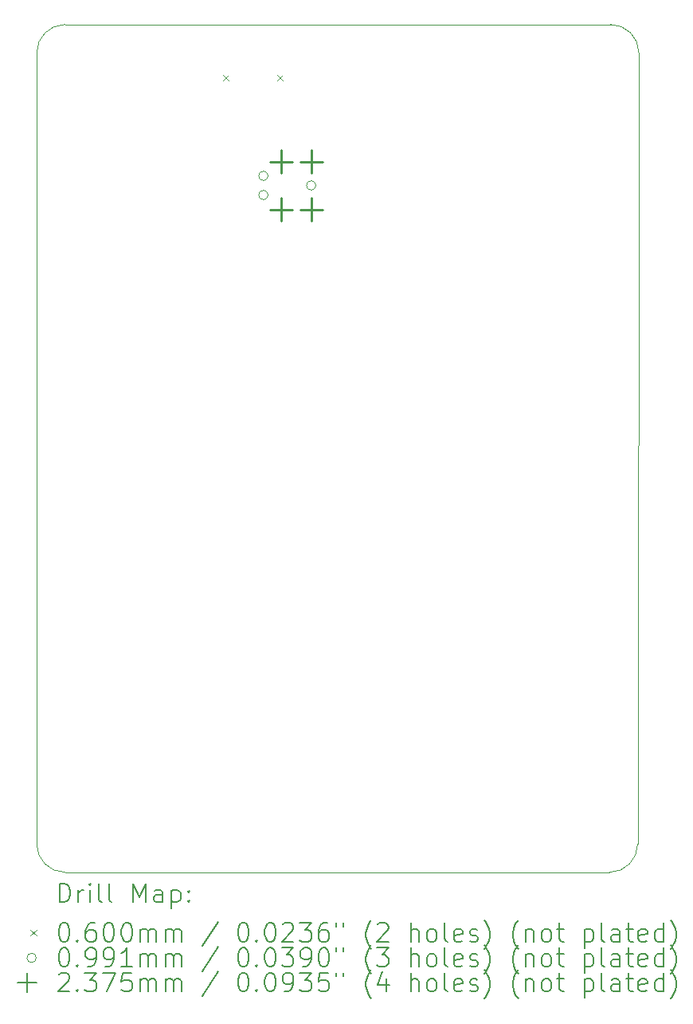
<source format=gbr>
%TF.GenerationSoftware,KiCad,Pcbnew,7.0.1*%
%TF.CreationDate,2023-07-17T00:48:37+01:00*%
%TF.ProjectId,Sensor Hub Board,53656e73-6f72-4204-9875-6220426f6172,rev?*%
%TF.SameCoordinates,Original*%
%TF.FileFunction,Drillmap*%
%TF.FilePolarity,Positive*%
%FSLAX45Y45*%
G04 Gerber Fmt 4.5, Leading zero omitted, Abs format (unit mm)*
G04 Created by KiCad (PCBNEW 7.0.1) date 2023-07-17 00:48:37*
%MOMM*%
%LPD*%
G01*
G04 APERTURE LIST*
%ADD10C,0.100000*%
%ADD11C,0.200000*%
%ADD12C,0.060000*%
%ADD13C,0.099060*%
%ADD14C,0.237490*%
G04 APERTURE END LIST*
D10*
X10800000Y-14200000D02*
G75*
G03*
X11100000Y-14500000I300000J0D01*
G01*
X16887868Y-14499998D02*
G75*
G03*
X17187868Y-14200000I2J299998D01*
G01*
X17200000Y-5800000D02*
G75*
G03*
X16900000Y-5500000I-300000J0D01*
G01*
X17200000Y-5800000D02*
X17187868Y-14200000D01*
X11100000Y-5500000D02*
X16900000Y-5500000D01*
X10800000Y-14200000D02*
X10800000Y-5800000D01*
X11100000Y-5500000D02*
G75*
G03*
X10800000Y-5800000I0J-300000D01*
G01*
X16887868Y-14500000D02*
X11100000Y-14500000D01*
D11*
D12*
X12781000Y-6038000D02*
X12841000Y-6098000D01*
X12841000Y-6038000D02*
X12781000Y-6098000D01*
X13359000Y-6038000D02*
X13419000Y-6098000D01*
X13419000Y-6038000D02*
X13359000Y-6098000D01*
D13*
X13258030Y-7106400D02*
G75*
G03*
X13258030Y-7106400I-49530J0D01*
G01*
X13258030Y-7309600D02*
G75*
G03*
X13258030Y-7309600I-49530J0D01*
G01*
X13766030Y-7208000D02*
G75*
G03*
X13766030Y-7208000I-49530J0D01*
G01*
D14*
X13399000Y-6835255D02*
X13399000Y-7072745D01*
X13280255Y-6954000D02*
X13517745Y-6954000D01*
X13399000Y-7343255D02*
X13399000Y-7580745D01*
X13280255Y-7462000D02*
X13517745Y-7462000D01*
X13716500Y-6835255D02*
X13716500Y-7072745D01*
X13597755Y-6954000D02*
X13835245Y-6954000D01*
X13716500Y-7343255D02*
X13716500Y-7580745D01*
X13597755Y-7462000D02*
X13835245Y-7462000D01*
D11*
X11042619Y-14817524D02*
X11042619Y-14617524D01*
X11042619Y-14617524D02*
X11090238Y-14617524D01*
X11090238Y-14617524D02*
X11118810Y-14627048D01*
X11118810Y-14627048D02*
X11137857Y-14646095D01*
X11137857Y-14646095D02*
X11147381Y-14665143D01*
X11147381Y-14665143D02*
X11156905Y-14703238D01*
X11156905Y-14703238D02*
X11156905Y-14731809D01*
X11156905Y-14731809D02*
X11147381Y-14769905D01*
X11147381Y-14769905D02*
X11137857Y-14788952D01*
X11137857Y-14788952D02*
X11118810Y-14808000D01*
X11118810Y-14808000D02*
X11090238Y-14817524D01*
X11090238Y-14817524D02*
X11042619Y-14817524D01*
X11242619Y-14817524D02*
X11242619Y-14684190D01*
X11242619Y-14722286D02*
X11252143Y-14703238D01*
X11252143Y-14703238D02*
X11261667Y-14693714D01*
X11261667Y-14693714D02*
X11280714Y-14684190D01*
X11280714Y-14684190D02*
X11299762Y-14684190D01*
X11366428Y-14817524D02*
X11366428Y-14684190D01*
X11366428Y-14617524D02*
X11356905Y-14627048D01*
X11356905Y-14627048D02*
X11366428Y-14636571D01*
X11366428Y-14636571D02*
X11375952Y-14627048D01*
X11375952Y-14627048D02*
X11366428Y-14617524D01*
X11366428Y-14617524D02*
X11366428Y-14636571D01*
X11490238Y-14817524D02*
X11471190Y-14808000D01*
X11471190Y-14808000D02*
X11461667Y-14788952D01*
X11461667Y-14788952D02*
X11461667Y-14617524D01*
X11595000Y-14817524D02*
X11575952Y-14808000D01*
X11575952Y-14808000D02*
X11566428Y-14788952D01*
X11566428Y-14788952D02*
X11566428Y-14617524D01*
X11823571Y-14817524D02*
X11823571Y-14617524D01*
X11823571Y-14617524D02*
X11890238Y-14760381D01*
X11890238Y-14760381D02*
X11956905Y-14617524D01*
X11956905Y-14617524D02*
X11956905Y-14817524D01*
X12137857Y-14817524D02*
X12137857Y-14712762D01*
X12137857Y-14712762D02*
X12128333Y-14693714D01*
X12128333Y-14693714D02*
X12109286Y-14684190D01*
X12109286Y-14684190D02*
X12071190Y-14684190D01*
X12071190Y-14684190D02*
X12052143Y-14693714D01*
X12137857Y-14808000D02*
X12118809Y-14817524D01*
X12118809Y-14817524D02*
X12071190Y-14817524D01*
X12071190Y-14817524D02*
X12052143Y-14808000D01*
X12052143Y-14808000D02*
X12042619Y-14788952D01*
X12042619Y-14788952D02*
X12042619Y-14769905D01*
X12042619Y-14769905D02*
X12052143Y-14750857D01*
X12052143Y-14750857D02*
X12071190Y-14741333D01*
X12071190Y-14741333D02*
X12118809Y-14741333D01*
X12118809Y-14741333D02*
X12137857Y-14731809D01*
X12233095Y-14684190D02*
X12233095Y-14884190D01*
X12233095Y-14693714D02*
X12252143Y-14684190D01*
X12252143Y-14684190D02*
X12290238Y-14684190D01*
X12290238Y-14684190D02*
X12309286Y-14693714D01*
X12309286Y-14693714D02*
X12318809Y-14703238D01*
X12318809Y-14703238D02*
X12328333Y-14722286D01*
X12328333Y-14722286D02*
X12328333Y-14779428D01*
X12328333Y-14779428D02*
X12318809Y-14798476D01*
X12318809Y-14798476D02*
X12309286Y-14808000D01*
X12309286Y-14808000D02*
X12290238Y-14817524D01*
X12290238Y-14817524D02*
X12252143Y-14817524D01*
X12252143Y-14817524D02*
X12233095Y-14808000D01*
X12414048Y-14798476D02*
X12423571Y-14808000D01*
X12423571Y-14808000D02*
X12414048Y-14817524D01*
X12414048Y-14817524D02*
X12404524Y-14808000D01*
X12404524Y-14808000D02*
X12414048Y-14798476D01*
X12414048Y-14798476D02*
X12414048Y-14817524D01*
X12414048Y-14693714D02*
X12423571Y-14703238D01*
X12423571Y-14703238D02*
X12414048Y-14712762D01*
X12414048Y-14712762D02*
X12404524Y-14703238D01*
X12404524Y-14703238D02*
X12414048Y-14693714D01*
X12414048Y-14693714D02*
X12414048Y-14712762D01*
D12*
X10735000Y-15115000D02*
X10795000Y-15175000D01*
X10795000Y-15115000D02*
X10735000Y-15175000D01*
D11*
X11080714Y-15037524D02*
X11099762Y-15037524D01*
X11099762Y-15037524D02*
X11118810Y-15047048D01*
X11118810Y-15047048D02*
X11128333Y-15056571D01*
X11128333Y-15056571D02*
X11137857Y-15075619D01*
X11137857Y-15075619D02*
X11147381Y-15113714D01*
X11147381Y-15113714D02*
X11147381Y-15161333D01*
X11147381Y-15161333D02*
X11137857Y-15199428D01*
X11137857Y-15199428D02*
X11128333Y-15218476D01*
X11128333Y-15218476D02*
X11118810Y-15228000D01*
X11118810Y-15228000D02*
X11099762Y-15237524D01*
X11099762Y-15237524D02*
X11080714Y-15237524D01*
X11080714Y-15237524D02*
X11061667Y-15228000D01*
X11061667Y-15228000D02*
X11052143Y-15218476D01*
X11052143Y-15218476D02*
X11042619Y-15199428D01*
X11042619Y-15199428D02*
X11033095Y-15161333D01*
X11033095Y-15161333D02*
X11033095Y-15113714D01*
X11033095Y-15113714D02*
X11042619Y-15075619D01*
X11042619Y-15075619D02*
X11052143Y-15056571D01*
X11052143Y-15056571D02*
X11061667Y-15047048D01*
X11061667Y-15047048D02*
X11080714Y-15037524D01*
X11233095Y-15218476D02*
X11242619Y-15228000D01*
X11242619Y-15228000D02*
X11233095Y-15237524D01*
X11233095Y-15237524D02*
X11223571Y-15228000D01*
X11223571Y-15228000D02*
X11233095Y-15218476D01*
X11233095Y-15218476D02*
X11233095Y-15237524D01*
X11414048Y-15037524D02*
X11375952Y-15037524D01*
X11375952Y-15037524D02*
X11356905Y-15047048D01*
X11356905Y-15047048D02*
X11347381Y-15056571D01*
X11347381Y-15056571D02*
X11328333Y-15085143D01*
X11328333Y-15085143D02*
X11318809Y-15123238D01*
X11318809Y-15123238D02*
X11318809Y-15199428D01*
X11318809Y-15199428D02*
X11328333Y-15218476D01*
X11328333Y-15218476D02*
X11337857Y-15228000D01*
X11337857Y-15228000D02*
X11356905Y-15237524D01*
X11356905Y-15237524D02*
X11395000Y-15237524D01*
X11395000Y-15237524D02*
X11414048Y-15228000D01*
X11414048Y-15228000D02*
X11423571Y-15218476D01*
X11423571Y-15218476D02*
X11433095Y-15199428D01*
X11433095Y-15199428D02*
X11433095Y-15151809D01*
X11433095Y-15151809D02*
X11423571Y-15132762D01*
X11423571Y-15132762D02*
X11414048Y-15123238D01*
X11414048Y-15123238D02*
X11395000Y-15113714D01*
X11395000Y-15113714D02*
X11356905Y-15113714D01*
X11356905Y-15113714D02*
X11337857Y-15123238D01*
X11337857Y-15123238D02*
X11328333Y-15132762D01*
X11328333Y-15132762D02*
X11318809Y-15151809D01*
X11556905Y-15037524D02*
X11575952Y-15037524D01*
X11575952Y-15037524D02*
X11595000Y-15047048D01*
X11595000Y-15047048D02*
X11604524Y-15056571D01*
X11604524Y-15056571D02*
X11614048Y-15075619D01*
X11614048Y-15075619D02*
X11623571Y-15113714D01*
X11623571Y-15113714D02*
X11623571Y-15161333D01*
X11623571Y-15161333D02*
X11614048Y-15199428D01*
X11614048Y-15199428D02*
X11604524Y-15218476D01*
X11604524Y-15218476D02*
X11595000Y-15228000D01*
X11595000Y-15228000D02*
X11575952Y-15237524D01*
X11575952Y-15237524D02*
X11556905Y-15237524D01*
X11556905Y-15237524D02*
X11537857Y-15228000D01*
X11537857Y-15228000D02*
X11528333Y-15218476D01*
X11528333Y-15218476D02*
X11518809Y-15199428D01*
X11518809Y-15199428D02*
X11509286Y-15161333D01*
X11509286Y-15161333D02*
X11509286Y-15113714D01*
X11509286Y-15113714D02*
X11518809Y-15075619D01*
X11518809Y-15075619D02*
X11528333Y-15056571D01*
X11528333Y-15056571D02*
X11537857Y-15047048D01*
X11537857Y-15047048D02*
X11556905Y-15037524D01*
X11747381Y-15037524D02*
X11766429Y-15037524D01*
X11766429Y-15037524D02*
X11785476Y-15047048D01*
X11785476Y-15047048D02*
X11795000Y-15056571D01*
X11795000Y-15056571D02*
X11804524Y-15075619D01*
X11804524Y-15075619D02*
X11814048Y-15113714D01*
X11814048Y-15113714D02*
X11814048Y-15161333D01*
X11814048Y-15161333D02*
X11804524Y-15199428D01*
X11804524Y-15199428D02*
X11795000Y-15218476D01*
X11795000Y-15218476D02*
X11785476Y-15228000D01*
X11785476Y-15228000D02*
X11766429Y-15237524D01*
X11766429Y-15237524D02*
X11747381Y-15237524D01*
X11747381Y-15237524D02*
X11728333Y-15228000D01*
X11728333Y-15228000D02*
X11718809Y-15218476D01*
X11718809Y-15218476D02*
X11709286Y-15199428D01*
X11709286Y-15199428D02*
X11699762Y-15161333D01*
X11699762Y-15161333D02*
X11699762Y-15113714D01*
X11699762Y-15113714D02*
X11709286Y-15075619D01*
X11709286Y-15075619D02*
X11718809Y-15056571D01*
X11718809Y-15056571D02*
X11728333Y-15047048D01*
X11728333Y-15047048D02*
X11747381Y-15037524D01*
X11899762Y-15237524D02*
X11899762Y-15104190D01*
X11899762Y-15123238D02*
X11909286Y-15113714D01*
X11909286Y-15113714D02*
X11928333Y-15104190D01*
X11928333Y-15104190D02*
X11956905Y-15104190D01*
X11956905Y-15104190D02*
X11975952Y-15113714D01*
X11975952Y-15113714D02*
X11985476Y-15132762D01*
X11985476Y-15132762D02*
X11985476Y-15237524D01*
X11985476Y-15132762D02*
X11995000Y-15113714D01*
X11995000Y-15113714D02*
X12014048Y-15104190D01*
X12014048Y-15104190D02*
X12042619Y-15104190D01*
X12042619Y-15104190D02*
X12061667Y-15113714D01*
X12061667Y-15113714D02*
X12071190Y-15132762D01*
X12071190Y-15132762D02*
X12071190Y-15237524D01*
X12166429Y-15237524D02*
X12166429Y-15104190D01*
X12166429Y-15123238D02*
X12175952Y-15113714D01*
X12175952Y-15113714D02*
X12195000Y-15104190D01*
X12195000Y-15104190D02*
X12223571Y-15104190D01*
X12223571Y-15104190D02*
X12242619Y-15113714D01*
X12242619Y-15113714D02*
X12252143Y-15132762D01*
X12252143Y-15132762D02*
X12252143Y-15237524D01*
X12252143Y-15132762D02*
X12261667Y-15113714D01*
X12261667Y-15113714D02*
X12280714Y-15104190D01*
X12280714Y-15104190D02*
X12309286Y-15104190D01*
X12309286Y-15104190D02*
X12328333Y-15113714D01*
X12328333Y-15113714D02*
X12337857Y-15132762D01*
X12337857Y-15132762D02*
X12337857Y-15237524D01*
X12728333Y-15028000D02*
X12556905Y-15285143D01*
X12985476Y-15037524D02*
X13004524Y-15037524D01*
X13004524Y-15037524D02*
X13023572Y-15047048D01*
X13023572Y-15047048D02*
X13033095Y-15056571D01*
X13033095Y-15056571D02*
X13042619Y-15075619D01*
X13042619Y-15075619D02*
X13052143Y-15113714D01*
X13052143Y-15113714D02*
X13052143Y-15161333D01*
X13052143Y-15161333D02*
X13042619Y-15199428D01*
X13042619Y-15199428D02*
X13033095Y-15218476D01*
X13033095Y-15218476D02*
X13023572Y-15228000D01*
X13023572Y-15228000D02*
X13004524Y-15237524D01*
X13004524Y-15237524D02*
X12985476Y-15237524D01*
X12985476Y-15237524D02*
X12966429Y-15228000D01*
X12966429Y-15228000D02*
X12956905Y-15218476D01*
X12956905Y-15218476D02*
X12947381Y-15199428D01*
X12947381Y-15199428D02*
X12937857Y-15161333D01*
X12937857Y-15161333D02*
X12937857Y-15113714D01*
X12937857Y-15113714D02*
X12947381Y-15075619D01*
X12947381Y-15075619D02*
X12956905Y-15056571D01*
X12956905Y-15056571D02*
X12966429Y-15047048D01*
X12966429Y-15047048D02*
X12985476Y-15037524D01*
X13137857Y-15218476D02*
X13147381Y-15228000D01*
X13147381Y-15228000D02*
X13137857Y-15237524D01*
X13137857Y-15237524D02*
X13128333Y-15228000D01*
X13128333Y-15228000D02*
X13137857Y-15218476D01*
X13137857Y-15218476D02*
X13137857Y-15237524D01*
X13271191Y-15037524D02*
X13290238Y-15037524D01*
X13290238Y-15037524D02*
X13309286Y-15047048D01*
X13309286Y-15047048D02*
X13318810Y-15056571D01*
X13318810Y-15056571D02*
X13328333Y-15075619D01*
X13328333Y-15075619D02*
X13337857Y-15113714D01*
X13337857Y-15113714D02*
X13337857Y-15161333D01*
X13337857Y-15161333D02*
X13328333Y-15199428D01*
X13328333Y-15199428D02*
X13318810Y-15218476D01*
X13318810Y-15218476D02*
X13309286Y-15228000D01*
X13309286Y-15228000D02*
X13290238Y-15237524D01*
X13290238Y-15237524D02*
X13271191Y-15237524D01*
X13271191Y-15237524D02*
X13252143Y-15228000D01*
X13252143Y-15228000D02*
X13242619Y-15218476D01*
X13242619Y-15218476D02*
X13233095Y-15199428D01*
X13233095Y-15199428D02*
X13223572Y-15161333D01*
X13223572Y-15161333D02*
X13223572Y-15113714D01*
X13223572Y-15113714D02*
X13233095Y-15075619D01*
X13233095Y-15075619D02*
X13242619Y-15056571D01*
X13242619Y-15056571D02*
X13252143Y-15047048D01*
X13252143Y-15047048D02*
X13271191Y-15037524D01*
X13414048Y-15056571D02*
X13423572Y-15047048D01*
X13423572Y-15047048D02*
X13442619Y-15037524D01*
X13442619Y-15037524D02*
X13490238Y-15037524D01*
X13490238Y-15037524D02*
X13509286Y-15047048D01*
X13509286Y-15047048D02*
X13518810Y-15056571D01*
X13518810Y-15056571D02*
X13528333Y-15075619D01*
X13528333Y-15075619D02*
X13528333Y-15094667D01*
X13528333Y-15094667D02*
X13518810Y-15123238D01*
X13518810Y-15123238D02*
X13404524Y-15237524D01*
X13404524Y-15237524D02*
X13528333Y-15237524D01*
X13595000Y-15037524D02*
X13718810Y-15037524D01*
X13718810Y-15037524D02*
X13652143Y-15113714D01*
X13652143Y-15113714D02*
X13680714Y-15113714D01*
X13680714Y-15113714D02*
X13699762Y-15123238D01*
X13699762Y-15123238D02*
X13709286Y-15132762D01*
X13709286Y-15132762D02*
X13718810Y-15151809D01*
X13718810Y-15151809D02*
X13718810Y-15199428D01*
X13718810Y-15199428D02*
X13709286Y-15218476D01*
X13709286Y-15218476D02*
X13699762Y-15228000D01*
X13699762Y-15228000D02*
X13680714Y-15237524D01*
X13680714Y-15237524D02*
X13623572Y-15237524D01*
X13623572Y-15237524D02*
X13604524Y-15228000D01*
X13604524Y-15228000D02*
X13595000Y-15218476D01*
X13890238Y-15037524D02*
X13852143Y-15037524D01*
X13852143Y-15037524D02*
X13833095Y-15047048D01*
X13833095Y-15047048D02*
X13823572Y-15056571D01*
X13823572Y-15056571D02*
X13804524Y-15085143D01*
X13804524Y-15085143D02*
X13795000Y-15123238D01*
X13795000Y-15123238D02*
X13795000Y-15199428D01*
X13795000Y-15199428D02*
X13804524Y-15218476D01*
X13804524Y-15218476D02*
X13814048Y-15228000D01*
X13814048Y-15228000D02*
X13833095Y-15237524D01*
X13833095Y-15237524D02*
X13871191Y-15237524D01*
X13871191Y-15237524D02*
X13890238Y-15228000D01*
X13890238Y-15228000D02*
X13899762Y-15218476D01*
X13899762Y-15218476D02*
X13909286Y-15199428D01*
X13909286Y-15199428D02*
X13909286Y-15151809D01*
X13909286Y-15151809D02*
X13899762Y-15132762D01*
X13899762Y-15132762D02*
X13890238Y-15123238D01*
X13890238Y-15123238D02*
X13871191Y-15113714D01*
X13871191Y-15113714D02*
X13833095Y-15113714D01*
X13833095Y-15113714D02*
X13814048Y-15123238D01*
X13814048Y-15123238D02*
X13804524Y-15132762D01*
X13804524Y-15132762D02*
X13795000Y-15151809D01*
X13985476Y-15037524D02*
X13985476Y-15075619D01*
X14061667Y-15037524D02*
X14061667Y-15075619D01*
X14356905Y-15313714D02*
X14347381Y-15304190D01*
X14347381Y-15304190D02*
X14328334Y-15275619D01*
X14328334Y-15275619D02*
X14318810Y-15256571D01*
X14318810Y-15256571D02*
X14309286Y-15228000D01*
X14309286Y-15228000D02*
X14299762Y-15180381D01*
X14299762Y-15180381D02*
X14299762Y-15142286D01*
X14299762Y-15142286D02*
X14309286Y-15094667D01*
X14309286Y-15094667D02*
X14318810Y-15066095D01*
X14318810Y-15066095D02*
X14328334Y-15047048D01*
X14328334Y-15047048D02*
X14347381Y-15018476D01*
X14347381Y-15018476D02*
X14356905Y-15008952D01*
X14423572Y-15056571D02*
X14433095Y-15047048D01*
X14433095Y-15047048D02*
X14452143Y-15037524D01*
X14452143Y-15037524D02*
X14499762Y-15037524D01*
X14499762Y-15037524D02*
X14518810Y-15047048D01*
X14518810Y-15047048D02*
X14528334Y-15056571D01*
X14528334Y-15056571D02*
X14537857Y-15075619D01*
X14537857Y-15075619D02*
X14537857Y-15094667D01*
X14537857Y-15094667D02*
X14528334Y-15123238D01*
X14528334Y-15123238D02*
X14414048Y-15237524D01*
X14414048Y-15237524D02*
X14537857Y-15237524D01*
X14775953Y-15237524D02*
X14775953Y-15037524D01*
X14861667Y-15237524D02*
X14861667Y-15132762D01*
X14861667Y-15132762D02*
X14852143Y-15113714D01*
X14852143Y-15113714D02*
X14833096Y-15104190D01*
X14833096Y-15104190D02*
X14804524Y-15104190D01*
X14804524Y-15104190D02*
X14785476Y-15113714D01*
X14785476Y-15113714D02*
X14775953Y-15123238D01*
X14985476Y-15237524D02*
X14966429Y-15228000D01*
X14966429Y-15228000D02*
X14956905Y-15218476D01*
X14956905Y-15218476D02*
X14947381Y-15199428D01*
X14947381Y-15199428D02*
X14947381Y-15142286D01*
X14947381Y-15142286D02*
X14956905Y-15123238D01*
X14956905Y-15123238D02*
X14966429Y-15113714D01*
X14966429Y-15113714D02*
X14985476Y-15104190D01*
X14985476Y-15104190D02*
X15014048Y-15104190D01*
X15014048Y-15104190D02*
X15033096Y-15113714D01*
X15033096Y-15113714D02*
X15042619Y-15123238D01*
X15042619Y-15123238D02*
X15052143Y-15142286D01*
X15052143Y-15142286D02*
X15052143Y-15199428D01*
X15052143Y-15199428D02*
X15042619Y-15218476D01*
X15042619Y-15218476D02*
X15033096Y-15228000D01*
X15033096Y-15228000D02*
X15014048Y-15237524D01*
X15014048Y-15237524D02*
X14985476Y-15237524D01*
X15166429Y-15237524D02*
X15147381Y-15228000D01*
X15147381Y-15228000D02*
X15137857Y-15208952D01*
X15137857Y-15208952D02*
X15137857Y-15037524D01*
X15318810Y-15228000D02*
X15299762Y-15237524D01*
X15299762Y-15237524D02*
X15261667Y-15237524D01*
X15261667Y-15237524D02*
X15242619Y-15228000D01*
X15242619Y-15228000D02*
X15233096Y-15208952D01*
X15233096Y-15208952D02*
X15233096Y-15132762D01*
X15233096Y-15132762D02*
X15242619Y-15113714D01*
X15242619Y-15113714D02*
X15261667Y-15104190D01*
X15261667Y-15104190D02*
X15299762Y-15104190D01*
X15299762Y-15104190D02*
X15318810Y-15113714D01*
X15318810Y-15113714D02*
X15328334Y-15132762D01*
X15328334Y-15132762D02*
X15328334Y-15151809D01*
X15328334Y-15151809D02*
X15233096Y-15170857D01*
X15404524Y-15228000D02*
X15423572Y-15237524D01*
X15423572Y-15237524D02*
X15461667Y-15237524D01*
X15461667Y-15237524D02*
X15480715Y-15228000D01*
X15480715Y-15228000D02*
X15490238Y-15208952D01*
X15490238Y-15208952D02*
X15490238Y-15199428D01*
X15490238Y-15199428D02*
X15480715Y-15180381D01*
X15480715Y-15180381D02*
X15461667Y-15170857D01*
X15461667Y-15170857D02*
X15433096Y-15170857D01*
X15433096Y-15170857D02*
X15414048Y-15161333D01*
X15414048Y-15161333D02*
X15404524Y-15142286D01*
X15404524Y-15142286D02*
X15404524Y-15132762D01*
X15404524Y-15132762D02*
X15414048Y-15113714D01*
X15414048Y-15113714D02*
X15433096Y-15104190D01*
X15433096Y-15104190D02*
X15461667Y-15104190D01*
X15461667Y-15104190D02*
X15480715Y-15113714D01*
X15556905Y-15313714D02*
X15566429Y-15304190D01*
X15566429Y-15304190D02*
X15585477Y-15275619D01*
X15585477Y-15275619D02*
X15595000Y-15256571D01*
X15595000Y-15256571D02*
X15604524Y-15228000D01*
X15604524Y-15228000D02*
X15614048Y-15180381D01*
X15614048Y-15180381D02*
X15614048Y-15142286D01*
X15614048Y-15142286D02*
X15604524Y-15094667D01*
X15604524Y-15094667D02*
X15595000Y-15066095D01*
X15595000Y-15066095D02*
X15585477Y-15047048D01*
X15585477Y-15047048D02*
X15566429Y-15018476D01*
X15566429Y-15018476D02*
X15556905Y-15008952D01*
X15918810Y-15313714D02*
X15909286Y-15304190D01*
X15909286Y-15304190D02*
X15890238Y-15275619D01*
X15890238Y-15275619D02*
X15880715Y-15256571D01*
X15880715Y-15256571D02*
X15871191Y-15228000D01*
X15871191Y-15228000D02*
X15861667Y-15180381D01*
X15861667Y-15180381D02*
X15861667Y-15142286D01*
X15861667Y-15142286D02*
X15871191Y-15094667D01*
X15871191Y-15094667D02*
X15880715Y-15066095D01*
X15880715Y-15066095D02*
X15890238Y-15047048D01*
X15890238Y-15047048D02*
X15909286Y-15018476D01*
X15909286Y-15018476D02*
X15918810Y-15008952D01*
X15995000Y-15104190D02*
X15995000Y-15237524D01*
X15995000Y-15123238D02*
X16004524Y-15113714D01*
X16004524Y-15113714D02*
X16023572Y-15104190D01*
X16023572Y-15104190D02*
X16052143Y-15104190D01*
X16052143Y-15104190D02*
X16071191Y-15113714D01*
X16071191Y-15113714D02*
X16080715Y-15132762D01*
X16080715Y-15132762D02*
X16080715Y-15237524D01*
X16204524Y-15237524D02*
X16185477Y-15228000D01*
X16185477Y-15228000D02*
X16175953Y-15218476D01*
X16175953Y-15218476D02*
X16166429Y-15199428D01*
X16166429Y-15199428D02*
X16166429Y-15142286D01*
X16166429Y-15142286D02*
X16175953Y-15123238D01*
X16175953Y-15123238D02*
X16185477Y-15113714D01*
X16185477Y-15113714D02*
X16204524Y-15104190D01*
X16204524Y-15104190D02*
X16233096Y-15104190D01*
X16233096Y-15104190D02*
X16252143Y-15113714D01*
X16252143Y-15113714D02*
X16261667Y-15123238D01*
X16261667Y-15123238D02*
X16271191Y-15142286D01*
X16271191Y-15142286D02*
X16271191Y-15199428D01*
X16271191Y-15199428D02*
X16261667Y-15218476D01*
X16261667Y-15218476D02*
X16252143Y-15228000D01*
X16252143Y-15228000D02*
X16233096Y-15237524D01*
X16233096Y-15237524D02*
X16204524Y-15237524D01*
X16328334Y-15104190D02*
X16404524Y-15104190D01*
X16356905Y-15037524D02*
X16356905Y-15208952D01*
X16356905Y-15208952D02*
X16366429Y-15228000D01*
X16366429Y-15228000D02*
X16385477Y-15237524D01*
X16385477Y-15237524D02*
X16404524Y-15237524D01*
X16623572Y-15104190D02*
X16623572Y-15304190D01*
X16623572Y-15113714D02*
X16642619Y-15104190D01*
X16642619Y-15104190D02*
X16680715Y-15104190D01*
X16680715Y-15104190D02*
X16699762Y-15113714D01*
X16699762Y-15113714D02*
X16709286Y-15123238D01*
X16709286Y-15123238D02*
X16718810Y-15142286D01*
X16718810Y-15142286D02*
X16718810Y-15199428D01*
X16718810Y-15199428D02*
X16709286Y-15218476D01*
X16709286Y-15218476D02*
X16699762Y-15228000D01*
X16699762Y-15228000D02*
X16680715Y-15237524D01*
X16680715Y-15237524D02*
X16642619Y-15237524D01*
X16642619Y-15237524D02*
X16623572Y-15228000D01*
X16833096Y-15237524D02*
X16814048Y-15228000D01*
X16814048Y-15228000D02*
X16804524Y-15208952D01*
X16804524Y-15208952D02*
X16804524Y-15037524D01*
X16995001Y-15237524D02*
X16995001Y-15132762D01*
X16995001Y-15132762D02*
X16985477Y-15113714D01*
X16985477Y-15113714D02*
X16966429Y-15104190D01*
X16966429Y-15104190D02*
X16928334Y-15104190D01*
X16928334Y-15104190D02*
X16909286Y-15113714D01*
X16995001Y-15228000D02*
X16975953Y-15237524D01*
X16975953Y-15237524D02*
X16928334Y-15237524D01*
X16928334Y-15237524D02*
X16909286Y-15228000D01*
X16909286Y-15228000D02*
X16899762Y-15208952D01*
X16899762Y-15208952D02*
X16899762Y-15189905D01*
X16899762Y-15189905D02*
X16909286Y-15170857D01*
X16909286Y-15170857D02*
X16928334Y-15161333D01*
X16928334Y-15161333D02*
X16975953Y-15161333D01*
X16975953Y-15161333D02*
X16995001Y-15151809D01*
X17061667Y-15104190D02*
X17137858Y-15104190D01*
X17090239Y-15037524D02*
X17090239Y-15208952D01*
X17090239Y-15208952D02*
X17099762Y-15228000D01*
X17099762Y-15228000D02*
X17118810Y-15237524D01*
X17118810Y-15237524D02*
X17137858Y-15237524D01*
X17280715Y-15228000D02*
X17261667Y-15237524D01*
X17261667Y-15237524D02*
X17223572Y-15237524D01*
X17223572Y-15237524D02*
X17204524Y-15228000D01*
X17204524Y-15228000D02*
X17195001Y-15208952D01*
X17195001Y-15208952D02*
X17195001Y-15132762D01*
X17195001Y-15132762D02*
X17204524Y-15113714D01*
X17204524Y-15113714D02*
X17223572Y-15104190D01*
X17223572Y-15104190D02*
X17261667Y-15104190D01*
X17261667Y-15104190D02*
X17280715Y-15113714D01*
X17280715Y-15113714D02*
X17290239Y-15132762D01*
X17290239Y-15132762D02*
X17290239Y-15151809D01*
X17290239Y-15151809D02*
X17195001Y-15170857D01*
X17461667Y-15237524D02*
X17461667Y-15037524D01*
X17461667Y-15228000D02*
X17442620Y-15237524D01*
X17442620Y-15237524D02*
X17404524Y-15237524D01*
X17404524Y-15237524D02*
X17385477Y-15228000D01*
X17385477Y-15228000D02*
X17375953Y-15218476D01*
X17375953Y-15218476D02*
X17366429Y-15199428D01*
X17366429Y-15199428D02*
X17366429Y-15142286D01*
X17366429Y-15142286D02*
X17375953Y-15123238D01*
X17375953Y-15123238D02*
X17385477Y-15113714D01*
X17385477Y-15113714D02*
X17404524Y-15104190D01*
X17404524Y-15104190D02*
X17442620Y-15104190D01*
X17442620Y-15104190D02*
X17461667Y-15113714D01*
X17537858Y-15313714D02*
X17547382Y-15304190D01*
X17547382Y-15304190D02*
X17566429Y-15275619D01*
X17566429Y-15275619D02*
X17575953Y-15256571D01*
X17575953Y-15256571D02*
X17585477Y-15228000D01*
X17585477Y-15228000D02*
X17595001Y-15180381D01*
X17595001Y-15180381D02*
X17595001Y-15142286D01*
X17595001Y-15142286D02*
X17585477Y-15094667D01*
X17585477Y-15094667D02*
X17575953Y-15066095D01*
X17575953Y-15066095D02*
X17566429Y-15047048D01*
X17566429Y-15047048D02*
X17547382Y-15018476D01*
X17547382Y-15018476D02*
X17537858Y-15008952D01*
D13*
X10795000Y-15409000D02*
G75*
G03*
X10795000Y-15409000I-49530J0D01*
G01*
D11*
X11080714Y-15301524D02*
X11099762Y-15301524D01*
X11099762Y-15301524D02*
X11118810Y-15311048D01*
X11118810Y-15311048D02*
X11128333Y-15320571D01*
X11128333Y-15320571D02*
X11137857Y-15339619D01*
X11137857Y-15339619D02*
X11147381Y-15377714D01*
X11147381Y-15377714D02*
X11147381Y-15425333D01*
X11147381Y-15425333D02*
X11137857Y-15463428D01*
X11137857Y-15463428D02*
X11128333Y-15482476D01*
X11128333Y-15482476D02*
X11118810Y-15492000D01*
X11118810Y-15492000D02*
X11099762Y-15501524D01*
X11099762Y-15501524D02*
X11080714Y-15501524D01*
X11080714Y-15501524D02*
X11061667Y-15492000D01*
X11061667Y-15492000D02*
X11052143Y-15482476D01*
X11052143Y-15482476D02*
X11042619Y-15463428D01*
X11042619Y-15463428D02*
X11033095Y-15425333D01*
X11033095Y-15425333D02*
X11033095Y-15377714D01*
X11033095Y-15377714D02*
X11042619Y-15339619D01*
X11042619Y-15339619D02*
X11052143Y-15320571D01*
X11052143Y-15320571D02*
X11061667Y-15311048D01*
X11061667Y-15311048D02*
X11080714Y-15301524D01*
X11233095Y-15482476D02*
X11242619Y-15492000D01*
X11242619Y-15492000D02*
X11233095Y-15501524D01*
X11233095Y-15501524D02*
X11223571Y-15492000D01*
X11223571Y-15492000D02*
X11233095Y-15482476D01*
X11233095Y-15482476D02*
X11233095Y-15501524D01*
X11337857Y-15501524D02*
X11375952Y-15501524D01*
X11375952Y-15501524D02*
X11395000Y-15492000D01*
X11395000Y-15492000D02*
X11404524Y-15482476D01*
X11404524Y-15482476D02*
X11423571Y-15453905D01*
X11423571Y-15453905D02*
X11433095Y-15415809D01*
X11433095Y-15415809D02*
X11433095Y-15339619D01*
X11433095Y-15339619D02*
X11423571Y-15320571D01*
X11423571Y-15320571D02*
X11414048Y-15311048D01*
X11414048Y-15311048D02*
X11395000Y-15301524D01*
X11395000Y-15301524D02*
X11356905Y-15301524D01*
X11356905Y-15301524D02*
X11337857Y-15311048D01*
X11337857Y-15311048D02*
X11328333Y-15320571D01*
X11328333Y-15320571D02*
X11318809Y-15339619D01*
X11318809Y-15339619D02*
X11318809Y-15387238D01*
X11318809Y-15387238D02*
X11328333Y-15406286D01*
X11328333Y-15406286D02*
X11337857Y-15415809D01*
X11337857Y-15415809D02*
X11356905Y-15425333D01*
X11356905Y-15425333D02*
X11395000Y-15425333D01*
X11395000Y-15425333D02*
X11414048Y-15415809D01*
X11414048Y-15415809D02*
X11423571Y-15406286D01*
X11423571Y-15406286D02*
X11433095Y-15387238D01*
X11528333Y-15501524D02*
X11566428Y-15501524D01*
X11566428Y-15501524D02*
X11585476Y-15492000D01*
X11585476Y-15492000D02*
X11595000Y-15482476D01*
X11595000Y-15482476D02*
X11614048Y-15453905D01*
X11614048Y-15453905D02*
X11623571Y-15415809D01*
X11623571Y-15415809D02*
X11623571Y-15339619D01*
X11623571Y-15339619D02*
X11614048Y-15320571D01*
X11614048Y-15320571D02*
X11604524Y-15311048D01*
X11604524Y-15311048D02*
X11585476Y-15301524D01*
X11585476Y-15301524D02*
X11547381Y-15301524D01*
X11547381Y-15301524D02*
X11528333Y-15311048D01*
X11528333Y-15311048D02*
X11518809Y-15320571D01*
X11518809Y-15320571D02*
X11509286Y-15339619D01*
X11509286Y-15339619D02*
X11509286Y-15387238D01*
X11509286Y-15387238D02*
X11518809Y-15406286D01*
X11518809Y-15406286D02*
X11528333Y-15415809D01*
X11528333Y-15415809D02*
X11547381Y-15425333D01*
X11547381Y-15425333D02*
X11585476Y-15425333D01*
X11585476Y-15425333D02*
X11604524Y-15415809D01*
X11604524Y-15415809D02*
X11614048Y-15406286D01*
X11614048Y-15406286D02*
X11623571Y-15387238D01*
X11814048Y-15501524D02*
X11699762Y-15501524D01*
X11756905Y-15501524D02*
X11756905Y-15301524D01*
X11756905Y-15301524D02*
X11737857Y-15330095D01*
X11737857Y-15330095D02*
X11718809Y-15349143D01*
X11718809Y-15349143D02*
X11699762Y-15358667D01*
X11899762Y-15501524D02*
X11899762Y-15368190D01*
X11899762Y-15387238D02*
X11909286Y-15377714D01*
X11909286Y-15377714D02*
X11928333Y-15368190D01*
X11928333Y-15368190D02*
X11956905Y-15368190D01*
X11956905Y-15368190D02*
X11975952Y-15377714D01*
X11975952Y-15377714D02*
X11985476Y-15396762D01*
X11985476Y-15396762D02*
X11985476Y-15501524D01*
X11985476Y-15396762D02*
X11995000Y-15377714D01*
X11995000Y-15377714D02*
X12014048Y-15368190D01*
X12014048Y-15368190D02*
X12042619Y-15368190D01*
X12042619Y-15368190D02*
X12061667Y-15377714D01*
X12061667Y-15377714D02*
X12071190Y-15396762D01*
X12071190Y-15396762D02*
X12071190Y-15501524D01*
X12166429Y-15501524D02*
X12166429Y-15368190D01*
X12166429Y-15387238D02*
X12175952Y-15377714D01*
X12175952Y-15377714D02*
X12195000Y-15368190D01*
X12195000Y-15368190D02*
X12223571Y-15368190D01*
X12223571Y-15368190D02*
X12242619Y-15377714D01*
X12242619Y-15377714D02*
X12252143Y-15396762D01*
X12252143Y-15396762D02*
X12252143Y-15501524D01*
X12252143Y-15396762D02*
X12261667Y-15377714D01*
X12261667Y-15377714D02*
X12280714Y-15368190D01*
X12280714Y-15368190D02*
X12309286Y-15368190D01*
X12309286Y-15368190D02*
X12328333Y-15377714D01*
X12328333Y-15377714D02*
X12337857Y-15396762D01*
X12337857Y-15396762D02*
X12337857Y-15501524D01*
X12728333Y-15292000D02*
X12556905Y-15549143D01*
X12985476Y-15301524D02*
X13004524Y-15301524D01*
X13004524Y-15301524D02*
X13023572Y-15311048D01*
X13023572Y-15311048D02*
X13033095Y-15320571D01*
X13033095Y-15320571D02*
X13042619Y-15339619D01*
X13042619Y-15339619D02*
X13052143Y-15377714D01*
X13052143Y-15377714D02*
X13052143Y-15425333D01*
X13052143Y-15425333D02*
X13042619Y-15463428D01*
X13042619Y-15463428D02*
X13033095Y-15482476D01*
X13033095Y-15482476D02*
X13023572Y-15492000D01*
X13023572Y-15492000D02*
X13004524Y-15501524D01*
X13004524Y-15501524D02*
X12985476Y-15501524D01*
X12985476Y-15501524D02*
X12966429Y-15492000D01*
X12966429Y-15492000D02*
X12956905Y-15482476D01*
X12956905Y-15482476D02*
X12947381Y-15463428D01*
X12947381Y-15463428D02*
X12937857Y-15425333D01*
X12937857Y-15425333D02*
X12937857Y-15377714D01*
X12937857Y-15377714D02*
X12947381Y-15339619D01*
X12947381Y-15339619D02*
X12956905Y-15320571D01*
X12956905Y-15320571D02*
X12966429Y-15311048D01*
X12966429Y-15311048D02*
X12985476Y-15301524D01*
X13137857Y-15482476D02*
X13147381Y-15492000D01*
X13147381Y-15492000D02*
X13137857Y-15501524D01*
X13137857Y-15501524D02*
X13128333Y-15492000D01*
X13128333Y-15492000D02*
X13137857Y-15482476D01*
X13137857Y-15482476D02*
X13137857Y-15501524D01*
X13271191Y-15301524D02*
X13290238Y-15301524D01*
X13290238Y-15301524D02*
X13309286Y-15311048D01*
X13309286Y-15311048D02*
X13318810Y-15320571D01*
X13318810Y-15320571D02*
X13328333Y-15339619D01*
X13328333Y-15339619D02*
X13337857Y-15377714D01*
X13337857Y-15377714D02*
X13337857Y-15425333D01*
X13337857Y-15425333D02*
X13328333Y-15463428D01*
X13328333Y-15463428D02*
X13318810Y-15482476D01*
X13318810Y-15482476D02*
X13309286Y-15492000D01*
X13309286Y-15492000D02*
X13290238Y-15501524D01*
X13290238Y-15501524D02*
X13271191Y-15501524D01*
X13271191Y-15501524D02*
X13252143Y-15492000D01*
X13252143Y-15492000D02*
X13242619Y-15482476D01*
X13242619Y-15482476D02*
X13233095Y-15463428D01*
X13233095Y-15463428D02*
X13223572Y-15425333D01*
X13223572Y-15425333D02*
X13223572Y-15377714D01*
X13223572Y-15377714D02*
X13233095Y-15339619D01*
X13233095Y-15339619D02*
X13242619Y-15320571D01*
X13242619Y-15320571D02*
X13252143Y-15311048D01*
X13252143Y-15311048D02*
X13271191Y-15301524D01*
X13404524Y-15301524D02*
X13528333Y-15301524D01*
X13528333Y-15301524D02*
X13461667Y-15377714D01*
X13461667Y-15377714D02*
X13490238Y-15377714D01*
X13490238Y-15377714D02*
X13509286Y-15387238D01*
X13509286Y-15387238D02*
X13518810Y-15396762D01*
X13518810Y-15396762D02*
X13528333Y-15415809D01*
X13528333Y-15415809D02*
X13528333Y-15463428D01*
X13528333Y-15463428D02*
X13518810Y-15482476D01*
X13518810Y-15482476D02*
X13509286Y-15492000D01*
X13509286Y-15492000D02*
X13490238Y-15501524D01*
X13490238Y-15501524D02*
X13433095Y-15501524D01*
X13433095Y-15501524D02*
X13414048Y-15492000D01*
X13414048Y-15492000D02*
X13404524Y-15482476D01*
X13623572Y-15501524D02*
X13661667Y-15501524D01*
X13661667Y-15501524D02*
X13680714Y-15492000D01*
X13680714Y-15492000D02*
X13690238Y-15482476D01*
X13690238Y-15482476D02*
X13709286Y-15453905D01*
X13709286Y-15453905D02*
X13718810Y-15415809D01*
X13718810Y-15415809D02*
X13718810Y-15339619D01*
X13718810Y-15339619D02*
X13709286Y-15320571D01*
X13709286Y-15320571D02*
X13699762Y-15311048D01*
X13699762Y-15311048D02*
X13680714Y-15301524D01*
X13680714Y-15301524D02*
X13642619Y-15301524D01*
X13642619Y-15301524D02*
X13623572Y-15311048D01*
X13623572Y-15311048D02*
X13614048Y-15320571D01*
X13614048Y-15320571D02*
X13604524Y-15339619D01*
X13604524Y-15339619D02*
X13604524Y-15387238D01*
X13604524Y-15387238D02*
X13614048Y-15406286D01*
X13614048Y-15406286D02*
X13623572Y-15415809D01*
X13623572Y-15415809D02*
X13642619Y-15425333D01*
X13642619Y-15425333D02*
X13680714Y-15425333D01*
X13680714Y-15425333D02*
X13699762Y-15415809D01*
X13699762Y-15415809D02*
X13709286Y-15406286D01*
X13709286Y-15406286D02*
X13718810Y-15387238D01*
X13842619Y-15301524D02*
X13861667Y-15301524D01*
X13861667Y-15301524D02*
X13880714Y-15311048D01*
X13880714Y-15311048D02*
X13890238Y-15320571D01*
X13890238Y-15320571D02*
X13899762Y-15339619D01*
X13899762Y-15339619D02*
X13909286Y-15377714D01*
X13909286Y-15377714D02*
X13909286Y-15425333D01*
X13909286Y-15425333D02*
X13899762Y-15463428D01*
X13899762Y-15463428D02*
X13890238Y-15482476D01*
X13890238Y-15482476D02*
X13880714Y-15492000D01*
X13880714Y-15492000D02*
X13861667Y-15501524D01*
X13861667Y-15501524D02*
X13842619Y-15501524D01*
X13842619Y-15501524D02*
X13823572Y-15492000D01*
X13823572Y-15492000D02*
X13814048Y-15482476D01*
X13814048Y-15482476D02*
X13804524Y-15463428D01*
X13804524Y-15463428D02*
X13795000Y-15425333D01*
X13795000Y-15425333D02*
X13795000Y-15377714D01*
X13795000Y-15377714D02*
X13804524Y-15339619D01*
X13804524Y-15339619D02*
X13814048Y-15320571D01*
X13814048Y-15320571D02*
X13823572Y-15311048D01*
X13823572Y-15311048D02*
X13842619Y-15301524D01*
X13985476Y-15301524D02*
X13985476Y-15339619D01*
X14061667Y-15301524D02*
X14061667Y-15339619D01*
X14356905Y-15577714D02*
X14347381Y-15568190D01*
X14347381Y-15568190D02*
X14328334Y-15539619D01*
X14328334Y-15539619D02*
X14318810Y-15520571D01*
X14318810Y-15520571D02*
X14309286Y-15492000D01*
X14309286Y-15492000D02*
X14299762Y-15444381D01*
X14299762Y-15444381D02*
X14299762Y-15406286D01*
X14299762Y-15406286D02*
X14309286Y-15358667D01*
X14309286Y-15358667D02*
X14318810Y-15330095D01*
X14318810Y-15330095D02*
X14328334Y-15311048D01*
X14328334Y-15311048D02*
X14347381Y-15282476D01*
X14347381Y-15282476D02*
X14356905Y-15272952D01*
X14414048Y-15301524D02*
X14537857Y-15301524D01*
X14537857Y-15301524D02*
X14471191Y-15377714D01*
X14471191Y-15377714D02*
X14499762Y-15377714D01*
X14499762Y-15377714D02*
X14518810Y-15387238D01*
X14518810Y-15387238D02*
X14528334Y-15396762D01*
X14528334Y-15396762D02*
X14537857Y-15415809D01*
X14537857Y-15415809D02*
X14537857Y-15463428D01*
X14537857Y-15463428D02*
X14528334Y-15482476D01*
X14528334Y-15482476D02*
X14518810Y-15492000D01*
X14518810Y-15492000D02*
X14499762Y-15501524D01*
X14499762Y-15501524D02*
X14442619Y-15501524D01*
X14442619Y-15501524D02*
X14423572Y-15492000D01*
X14423572Y-15492000D02*
X14414048Y-15482476D01*
X14775953Y-15501524D02*
X14775953Y-15301524D01*
X14861667Y-15501524D02*
X14861667Y-15396762D01*
X14861667Y-15396762D02*
X14852143Y-15377714D01*
X14852143Y-15377714D02*
X14833096Y-15368190D01*
X14833096Y-15368190D02*
X14804524Y-15368190D01*
X14804524Y-15368190D02*
X14785476Y-15377714D01*
X14785476Y-15377714D02*
X14775953Y-15387238D01*
X14985476Y-15501524D02*
X14966429Y-15492000D01*
X14966429Y-15492000D02*
X14956905Y-15482476D01*
X14956905Y-15482476D02*
X14947381Y-15463428D01*
X14947381Y-15463428D02*
X14947381Y-15406286D01*
X14947381Y-15406286D02*
X14956905Y-15387238D01*
X14956905Y-15387238D02*
X14966429Y-15377714D01*
X14966429Y-15377714D02*
X14985476Y-15368190D01*
X14985476Y-15368190D02*
X15014048Y-15368190D01*
X15014048Y-15368190D02*
X15033096Y-15377714D01*
X15033096Y-15377714D02*
X15042619Y-15387238D01*
X15042619Y-15387238D02*
X15052143Y-15406286D01*
X15052143Y-15406286D02*
X15052143Y-15463428D01*
X15052143Y-15463428D02*
X15042619Y-15482476D01*
X15042619Y-15482476D02*
X15033096Y-15492000D01*
X15033096Y-15492000D02*
X15014048Y-15501524D01*
X15014048Y-15501524D02*
X14985476Y-15501524D01*
X15166429Y-15501524D02*
X15147381Y-15492000D01*
X15147381Y-15492000D02*
X15137857Y-15472952D01*
X15137857Y-15472952D02*
X15137857Y-15301524D01*
X15318810Y-15492000D02*
X15299762Y-15501524D01*
X15299762Y-15501524D02*
X15261667Y-15501524D01*
X15261667Y-15501524D02*
X15242619Y-15492000D01*
X15242619Y-15492000D02*
X15233096Y-15472952D01*
X15233096Y-15472952D02*
X15233096Y-15396762D01*
X15233096Y-15396762D02*
X15242619Y-15377714D01*
X15242619Y-15377714D02*
X15261667Y-15368190D01*
X15261667Y-15368190D02*
X15299762Y-15368190D01*
X15299762Y-15368190D02*
X15318810Y-15377714D01*
X15318810Y-15377714D02*
X15328334Y-15396762D01*
X15328334Y-15396762D02*
X15328334Y-15415809D01*
X15328334Y-15415809D02*
X15233096Y-15434857D01*
X15404524Y-15492000D02*
X15423572Y-15501524D01*
X15423572Y-15501524D02*
X15461667Y-15501524D01*
X15461667Y-15501524D02*
X15480715Y-15492000D01*
X15480715Y-15492000D02*
X15490238Y-15472952D01*
X15490238Y-15472952D02*
X15490238Y-15463428D01*
X15490238Y-15463428D02*
X15480715Y-15444381D01*
X15480715Y-15444381D02*
X15461667Y-15434857D01*
X15461667Y-15434857D02*
X15433096Y-15434857D01*
X15433096Y-15434857D02*
X15414048Y-15425333D01*
X15414048Y-15425333D02*
X15404524Y-15406286D01*
X15404524Y-15406286D02*
X15404524Y-15396762D01*
X15404524Y-15396762D02*
X15414048Y-15377714D01*
X15414048Y-15377714D02*
X15433096Y-15368190D01*
X15433096Y-15368190D02*
X15461667Y-15368190D01*
X15461667Y-15368190D02*
X15480715Y-15377714D01*
X15556905Y-15577714D02*
X15566429Y-15568190D01*
X15566429Y-15568190D02*
X15585477Y-15539619D01*
X15585477Y-15539619D02*
X15595000Y-15520571D01*
X15595000Y-15520571D02*
X15604524Y-15492000D01*
X15604524Y-15492000D02*
X15614048Y-15444381D01*
X15614048Y-15444381D02*
X15614048Y-15406286D01*
X15614048Y-15406286D02*
X15604524Y-15358667D01*
X15604524Y-15358667D02*
X15595000Y-15330095D01*
X15595000Y-15330095D02*
X15585477Y-15311048D01*
X15585477Y-15311048D02*
X15566429Y-15282476D01*
X15566429Y-15282476D02*
X15556905Y-15272952D01*
X15918810Y-15577714D02*
X15909286Y-15568190D01*
X15909286Y-15568190D02*
X15890238Y-15539619D01*
X15890238Y-15539619D02*
X15880715Y-15520571D01*
X15880715Y-15520571D02*
X15871191Y-15492000D01*
X15871191Y-15492000D02*
X15861667Y-15444381D01*
X15861667Y-15444381D02*
X15861667Y-15406286D01*
X15861667Y-15406286D02*
X15871191Y-15358667D01*
X15871191Y-15358667D02*
X15880715Y-15330095D01*
X15880715Y-15330095D02*
X15890238Y-15311048D01*
X15890238Y-15311048D02*
X15909286Y-15282476D01*
X15909286Y-15282476D02*
X15918810Y-15272952D01*
X15995000Y-15368190D02*
X15995000Y-15501524D01*
X15995000Y-15387238D02*
X16004524Y-15377714D01*
X16004524Y-15377714D02*
X16023572Y-15368190D01*
X16023572Y-15368190D02*
X16052143Y-15368190D01*
X16052143Y-15368190D02*
X16071191Y-15377714D01*
X16071191Y-15377714D02*
X16080715Y-15396762D01*
X16080715Y-15396762D02*
X16080715Y-15501524D01*
X16204524Y-15501524D02*
X16185477Y-15492000D01*
X16185477Y-15492000D02*
X16175953Y-15482476D01*
X16175953Y-15482476D02*
X16166429Y-15463428D01*
X16166429Y-15463428D02*
X16166429Y-15406286D01*
X16166429Y-15406286D02*
X16175953Y-15387238D01*
X16175953Y-15387238D02*
X16185477Y-15377714D01*
X16185477Y-15377714D02*
X16204524Y-15368190D01*
X16204524Y-15368190D02*
X16233096Y-15368190D01*
X16233096Y-15368190D02*
X16252143Y-15377714D01*
X16252143Y-15377714D02*
X16261667Y-15387238D01*
X16261667Y-15387238D02*
X16271191Y-15406286D01*
X16271191Y-15406286D02*
X16271191Y-15463428D01*
X16271191Y-15463428D02*
X16261667Y-15482476D01*
X16261667Y-15482476D02*
X16252143Y-15492000D01*
X16252143Y-15492000D02*
X16233096Y-15501524D01*
X16233096Y-15501524D02*
X16204524Y-15501524D01*
X16328334Y-15368190D02*
X16404524Y-15368190D01*
X16356905Y-15301524D02*
X16356905Y-15472952D01*
X16356905Y-15472952D02*
X16366429Y-15492000D01*
X16366429Y-15492000D02*
X16385477Y-15501524D01*
X16385477Y-15501524D02*
X16404524Y-15501524D01*
X16623572Y-15368190D02*
X16623572Y-15568190D01*
X16623572Y-15377714D02*
X16642619Y-15368190D01*
X16642619Y-15368190D02*
X16680715Y-15368190D01*
X16680715Y-15368190D02*
X16699762Y-15377714D01*
X16699762Y-15377714D02*
X16709286Y-15387238D01*
X16709286Y-15387238D02*
X16718810Y-15406286D01*
X16718810Y-15406286D02*
X16718810Y-15463428D01*
X16718810Y-15463428D02*
X16709286Y-15482476D01*
X16709286Y-15482476D02*
X16699762Y-15492000D01*
X16699762Y-15492000D02*
X16680715Y-15501524D01*
X16680715Y-15501524D02*
X16642619Y-15501524D01*
X16642619Y-15501524D02*
X16623572Y-15492000D01*
X16833096Y-15501524D02*
X16814048Y-15492000D01*
X16814048Y-15492000D02*
X16804524Y-15472952D01*
X16804524Y-15472952D02*
X16804524Y-15301524D01*
X16995001Y-15501524D02*
X16995001Y-15396762D01*
X16995001Y-15396762D02*
X16985477Y-15377714D01*
X16985477Y-15377714D02*
X16966429Y-15368190D01*
X16966429Y-15368190D02*
X16928334Y-15368190D01*
X16928334Y-15368190D02*
X16909286Y-15377714D01*
X16995001Y-15492000D02*
X16975953Y-15501524D01*
X16975953Y-15501524D02*
X16928334Y-15501524D01*
X16928334Y-15501524D02*
X16909286Y-15492000D01*
X16909286Y-15492000D02*
X16899762Y-15472952D01*
X16899762Y-15472952D02*
X16899762Y-15453905D01*
X16899762Y-15453905D02*
X16909286Y-15434857D01*
X16909286Y-15434857D02*
X16928334Y-15425333D01*
X16928334Y-15425333D02*
X16975953Y-15425333D01*
X16975953Y-15425333D02*
X16995001Y-15415809D01*
X17061667Y-15368190D02*
X17137858Y-15368190D01*
X17090239Y-15301524D02*
X17090239Y-15472952D01*
X17090239Y-15472952D02*
X17099762Y-15492000D01*
X17099762Y-15492000D02*
X17118810Y-15501524D01*
X17118810Y-15501524D02*
X17137858Y-15501524D01*
X17280715Y-15492000D02*
X17261667Y-15501524D01*
X17261667Y-15501524D02*
X17223572Y-15501524D01*
X17223572Y-15501524D02*
X17204524Y-15492000D01*
X17204524Y-15492000D02*
X17195001Y-15472952D01*
X17195001Y-15472952D02*
X17195001Y-15396762D01*
X17195001Y-15396762D02*
X17204524Y-15377714D01*
X17204524Y-15377714D02*
X17223572Y-15368190D01*
X17223572Y-15368190D02*
X17261667Y-15368190D01*
X17261667Y-15368190D02*
X17280715Y-15377714D01*
X17280715Y-15377714D02*
X17290239Y-15396762D01*
X17290239Y-15396762D02*
X17290239Y-15415809D01*
X17290239Y-15415809D02*
X17195001Y-15434857D01*
X17461667Y-15501524D02*
X17461667Y-15301524D01*
X17461667Y-15492000D02*
X17442620Y-15501524D01*
X17442620Y-15501524D02*
X17404524Y-15501524D01*
X17404524Y-15501524D02*
X17385477Y-15492000D01*
X17385477Y-15492000D02*
X17375953Y-15482476D01*
X17375953Y-15482476D02*
X17366429Y-15463428D01*
X17366429Y-15463428D02*
X17366429Y-15406286D01*
X17366429Y-15406286D02*
X17375953Y-15387238D01*
X17375953Y-15387238D02*
X17385477Y-15377714D01*
X17385477Y-15377714D02*
X17404524Y-15368190D01*
X17404524Y-15368190D02*
X17442620Y-15368190D01*
X17442620Y-15368190D02*
X17461667Y-15377714D01*
X17537858Y-15577714D02*
X17547382Y-15568190D01*
X17547382Y-15568190D02*
X17566429Y-15539619D01*
X17566429Y-15539619D02*
X17575953Y-15520571D01*
X17575953Y-15520571D02*
X17585477Y-15492000D01*
X17585477Y-15492000D02*
X17595001Y-15444381D01*
X17595001Y-15444381D02*
X17595001Y-15406286D01*
X17595001Y-15406286D02*
X17585477Y-15358667D01*
X17585477Y-15358667D02*
X17575953Y-15330095D01*
X17575953Y-15330095D02*
X17566429Y-15311048D01*
X17566429Y-15311048D02*
X17547382Y-15282476D01*
X17547382Y-15282476D02*
X17537858Y-15272952D01*
X10695000Y-15573000D02*
X10695000Y-15773000D01*
X10595000Y-15673000D02*
X10795000Y-15673000D01*
X11033095Y-15584571D02*
X11042619Y-15575048D01*
X11042619Y-15575048D02*
X11061667Y-15565524D01*
X11061667Y-15565524D02*
X11109286Y-15565524D01*
X11109286Y-15565524D02*
X11128333Y-15575048D01*
X11128333Y-15575048D02*
X11137857Y-15584571D01*
X11137857Y-15584571D02*
X11147381Y-15603619D01*
X11147381Y-15603619D02*
X11147381Y-15622667D01*
X11147381Y-15622667D02*
X11137857Y-15651238D01*
X11137857Y-15651238D02*
X11023571Y-15765524D01*
X11023571Y-15765524D02*
X11147381Y-15765524D01*
X11233095Y-15746476D02*
X11242619Y-15756000D01*
X11242619Y-15756000D02*
X11233095Y-15765524D01*
X11233095Y-15765524D02*
X11223571Y-15756000D01*
X11223571Y-15756000D02*
X11233095Y-15746476D01*
X11233095Y-15746476D02*
X11233095Y-15765524D01*
X11309286Y-15565524D02*
X11433095Y-15565524D01*
X11433095Y-15565524D02*
X11366428Y-15641714D01*
X11366428Y-15641714D02*
X11395000Y-15641714D01*
X11395000Y-15641714D02*
X11414048Y-15651238D01*
X11414048Y-15651238D02*
X11423571Y-15660762D01*
X11423571Y-15660762D02*
X11433095Y-15679809D01*
X11433095Y-15679809D02*
X11433095Y-15727428D01*
X11433095Y-15727428D02*
X11423571Y-15746476D01*
X11423571Y-15746476D02*
X11414048Y-15756000D01*
X11414048Y-15756000D02*
X11395000Y-15765524D01*
X11395000Y-15765524D02*
X11337857Y-15765524D01*
X11337857Y-15765524D02*
X11318809Y-15756000D01*
X11318809Y-15756000D02*
X11309286Y-15746476D01*
X11499762Y-15565524D02*
X11633095Y-15565524D01*
X11633095Y-15565524D02*
X11547381Y-15765524D01*
X11804524Y-15565524D02*
X11709286Y-15565524D01*
X11709286Y-15565524D02*
X11699762Y-15660762D01*
X11699762Y-15660762D02*
X11709286Y-15651238D01*
X11709286Y-15651238D02*
X11728333Y-15641714D01*
X11728333Y-15641714D02*
X11775952Y-15641714D01*
X11775952Y-15641714D02*
X11795000Y-15651238D01*
X11795000Y-15651238D02*
X11804524Y-15660762D01*
X11804524Y-15660762D02*
X11814048Y-15679809D01*
X11814048Y-15679809D02*
X11814048Y-15727428D01*
X11814048Y-15727428D02*
X11804524Y-15746476D01*
X11804524Y-15746476D02*
X11795000Y-15756000D01*
X11795000Y-15756000D02*
X11775952Y-15765524D01*
X11775952Y-15765524D02*
X11728333Y-15765524D01*
X11728333Y-15765524D02*
X11709286Y-15756000D01*
X11709286Y-15756000D02*
X11699762Y-15746476D01*
X11899762Y-15765524D02*
X11899762Y-15632190D01*
X11899762Y-15651238D02*
X11909286Y-15641714D01*
X11909286Y-15641714D02*
X11928333Y-15632190D01*
X11928333Y-15632190D02*
X11956905Y-15632190D01*
X11956905Y-15632190D02*
X11975952Y-15641714D01*
X11975952Y-15641714D02*
X11985476Y-15660762D01*
X11985476Y-15660762D02*
X11985476Y-15765524D01*
X11985476Y-15660762D02*
X11995000Y-15641714D01*
X11995000Y-15641714D02*
X12014048Y-15632190D01*
X12014048Y-15632190D02*
X12042619Y-15632190D01*
X12042619Y-15632190D02*
X12061667Y-15641714D01*
X12061667Y-15641714D02*
X12071190Y-15660762D01*
X12071190Y-15660762D02*
X12071190Y-15765524D01*
X12166429Y-15765524D02*
X12166429Y-15632190D01*
X12166429Y-15651238D02*
X12175952Y-15641714D01*
X12175952Y-15641714D02*
X12195000Y-15632190D01*
X12195000Y-15632190D02*
X12223571Y-15632190D01*
X12223571Y-15632190D02*
X12242619Y-15641714D01*
X12242619Y-15641714D02*
X12252143Y-15660762D01*
X12252143Y-15660762D02*
X12252143Y-15765524D01*
X12252143Y-15660762D02*
X12261667Y-15641714D01*
X12261667Y-15641714D02*
X12280714Y-15632190D01*
X12280714Y-15632190D02*
X12309286Y-15632190D01*
X12309286Y-15632190D02*
X12328333Y-15641714D01*
X12328333Y-15641714D02*
X12337857Y-15660762D01*
X12337857Y-15660762D02*
X12337857Y-15765524D01*
X12728333Y-15556000D02*
X12556905Y-15813143D01*
X12985476Y-15565524D02*
X13004524Y-15565524D01*
X13004524Y-15565524D02*
X13023572Y-15575048D01*
X13023572Y-15575048D02*
X13033095Y-15584571D01*
X13033095Y-15584571D02*
X13042619Y-15603619D01*
X13042619Y-15603619D02*
X13052143Y-15641714D01*
X13052143Y-15641714D02*
X13052143Y-15689333D01*
X13052143Y-15689333D02*
X13042619Y-15727428D01*
X13042619Y-15727428D02*
X13033095Y-15746476D01*
X13033095Y-15746476D02*
X13023572Y-15756000D01*
X13023572Y-15756000D02*
X13004524Y-15765524D01*
X13004524Y-15765524D02*
X12985476Y-15765524D01*
X12985476Y-15765524D02*
X12966429Y-15756000D01*
X12966429Y-15756000D02*
X12956905Y-15746476D01*
X12956905Y-15746476D02*
X12947381Y-15727428D01*
X12947381Y-15727428D02*
X12937857Y-15689333D01*
X12937857Y-15689333D02*
X12937857Y-15641714D01*
X12937857Y-15641714D02*
X12947381Y-15603619D01*
X12947381Y-15603619D02*
X12956905Y-15584571D01*
X12956905Y-15584571D02*
X12966429Y-15575048D01*
X12966429Y-15575048D02*
X12985476Y-15565524D01*
X13137857Y-15746476D02*
X13147381Y-15756000D01*
X13147381Y-15756000D02*
X13137857Y-15765524D01*
X13137857Y-15765524D02*
X13128333Y-15756000D01*
X13128333Y-15756000D02*
X13137857Y-15746476D01*
X13137857Y-15746476D02*
X13137857Y-15765524D01*
X13271191Y-15565524D02*
X13290238Y-15565524D01*
X13290238Y-15565524D02*
X13309286Y-15575048D01*
X13309286Y-15575048D02*
X13318810Y-15584571D01*
X13318810Y-15584571D02*
X13328333Y-15603619D01*
X13328333Y-15603619D02*
X13337857Y-15641714D01*
X13337857Y-15641714D02*
X13337857Y-15689333D01*
X13337857Y-15689333D02*
X13328333Y-15727428D01*
X13328333Y-15727428D02*
X13318810Y-15746476D01*
X13318810Y-15746476D02*
X13309286Y-15756000D01*
X13309286Y-15756000D02*
X13290238Y-15765524D01*
X13290238Y-15765524D02*
X13271191Y-15765524D01*
X13271191Y-15765524D02*
X13252143Y-15756000D01*
X13252143Y-15756000D02*
X13242619Y-15746476D01*
X13242619Y-15746476D02*
X13233095Y-15727428D01*
X13233095Y-15727428D02*
X13223572Y-15689333D01*
X13223572Y-15689333D02*
X13223572Y-15641714D01*
X13223572Y-15641714D02*
X13233095Y-15603619D01*
X13233095Y-15603619D02*
X13242619Y-15584571D01*
X13242619Y-15584571D02*
X13252143Y-15575048D01*
X13252143Y-15575048D02*
X13271191Y-15565524D01*
X13433095Y-15765524D02*
X13471191Y-15765524D01*
X13471191Y-15765524D02*
X13490238Y-15756000D01*
X13490238Y-15756000D02*
X13499762Y-15746476D01*
X13499762Y-15746476D02*
X13518810Y-15717905D01*
X13518810Y-15717905D02*
X13528333Y-15679809D01*
X13528333Y-15679809D02*
X13528333Y-15603619D01*
X13528333Y-15603619D02*
X13518810Y-15584571D01*
X13518810Y-15584571D02*
X13509286Y-15575048D01*
X13509286Y-15575048D02*
X13490238Y-15565524D01*
X13490238Y-15565524D02*
X13452143Y-15565524D01*
X13452143Y-15565524D02*
X13433095Y-15575048D01*
X13433095Y-15575048D02*
X13423572Y-15584571D01*
X13423572Y-15584571D02*
X13414048Y-15603619D01*
X13414048Y-15603619D02*
X13414048Y-15651238D01*
X13414048Y-15651238D02*
X13423572Y-15670286D01*
X13423572Y-15670286D02*
X13433095Y-15679809D01*
X13433095Y-15679809D02*
X13452143Y-15689333D01*
X13452143Y-15689333D02*
X13490238Y-15689333D01*
X13490238Y-15689333D02*
X13509286Y-15679809D01*
X13509286Y-15679809D02*
X13518810Y-15670286D01*
X13518810Y-15670286D02*
X13528333Y-15651238D01*
X13595000Y-15565524D02*
X13718810Y-15565524D01*
X13718810Y-15565524D02*
X13652143Y-15641714D01*
X13652143Y-15641714D02*
X13680714Y-15641714D01*
X13680714Y-15641714D02*
X13699762Y-15651238D01*
X13699762Y-15651238D02*
X13709286Y-15660762D01*
X13709286Y-15660762D02*
X13718810Y-15679809D01*
X13718810Y-15679809D02*
X13718810Y-15727428D01*
X13718810Y-15727428D02*
X13709286Y-15746476D01*
X13709286Y-15746476D02*
X13699762Y-15756000D01*
X13699762Y-15756000D02*
X13680714Y-15765524D01*
X13680714Y-15765524D02*
X13623572Y-15765524D01*
X13623572Y-15765524D02*
X13604524Y-15756000D01*
X13604524Y-15756000D02*
X13595000Y-15746476D01*
X13899762Y-15565524D02*
X13804524Y-15565524D01*
X13804524Y-15565524D02*
X13795000Y-15660762D01*
X13795000Y-15660762D02*
X13804524Y-15651238D01*
X13804524Y-15651238D02*
X13823572Y-15641714D01*
X13823572Y-15641714D02*
X13871191Y-15641714D01*
X13871191Y-15641714D02*
X13890238Y-15651238D01*
X13890238Y-15651238D02*
X13899762Y-15660762D01*
X13899762Y-15660762D02*
X13909286Y-15679809D01*
X13909286Y-15679809D02*
X13909286Y-15727428D01*
X13909286Y-15727428D02*
X13899762Y-15746476D01*
X13899762Y-15746476D02*
X13890238Y-15756000D01*
X13890238Y-15756000D02*
X13871191Y-15765524D01*
X13871191Y-15765524D02*
X13823572Y-15765524D01*
X13823572Y-15765524D02*
X13804524Y-15756000D01*
X13804524Y-15756000D02*
X13795000Y-15746476D01*
X13985476Y-15565524D02*
X13985476Y-15603619D01*
X14061667Y-15565524D02*
X14061667Y-15603619D01*
X14356905Y-15841714D02*
X14347381Y-15832190D01*
X14347381Y-15832190D02*
X14328334Y-15803619D01*
X14328334Y-15803619D02*
X14318810Y-15784571D01*
X14318810Y-15784571D02*
X14309286Y-15756000D01*
X14309286Y-15756000D02*
X14299762Y-15708381D01*
X14299762Y-15708381D02*
X14299762Y-15670286D01*
X14299762Y-15670286D02*
X14309286Y-15622667D01*
X14309286Y-15622667D02*
X14318810Y-15594095D01*
X14318810Y-15594095D02*
X14328334Y-15575048D01*
X14328334Y-15575048D02*
X14347381Y-15546476D01*
X14347381Y-15546476D02*
X14356905Y-15536952D01*
X14518810Y-15632190D02*
X14518810Y-15765524D01*
X14471191Y-15556000D02*
X14423572Y-15698857D01*
X14423572Y-15698857D02*
X14547381Y-15698857D01*
X14775953Y-15765524D02*
X14775953Y-15565524D01*
X14861667Y-15765524D02*
X14861667Y-15660762D01*
X14861667Y-15660762D02*
X14852143Y-15641714D01*
X14852143Y-15641714D02*
X14833096Y-15632190D01*
X14833096Y-15632190D02*
X14804524Y-15632190D01*
X14804524Y-15632190D02*
X14785476Y-15641714D01*
X14785476Y-15641714D02*
X14775953Y-15651238D01*
X14985476Y-15765524D02*
X14966429Y-15756000D01*
X14966429Y-15756000D02*
X14956905Y-15746476D01*
X14956905Y-15746476D02*
X14947381Y-15727428D01*
X14947381Y-15727428D02*
X14947381Y-15670286D01*
X14947381Y-15670286D02*
X14956905Y-15651238D01*
X14956905Y-15651238D02*
X14966429Y-15641714D01*
X14966429Y-15641714D02*
X14985476Y-15632190D01*
X14985476Y-15632190D02*
X15014048Y-15632190D01*
X15014048Y-15632190D02*
X15033096Y-15641714D01*
X15033096Y-15641714D02*
X15042619Y-15651238D01*
X15042619Y-15651238D02*
X15052143Y-15670286D01*
X15052143Y-15670286D02*
X15052143Y-15727428D01*
X15052143Y-15727428D02*
X15042619Y-15746476D01*
X15042619Y-15746476D02*
X15033096Y-15756000D01*
X15033096Y-15756000D02*
X15014048Y-15765524D01*
X15014048Y-15765524D02*
X14985476Y-15765524D01*
X15166429Y-15765524D02*
X15147381Y-15756000D01*
X15147381Y-15756000D02*
X15137857Y-15736952D01*
X15137857Y-15736952D02*
X15137857Y-15565524D01*
X15318810Y-15756000D02*
X15299762Y-15765524D01*
X15299762Y-15765524D02*
X15261667Y-15765524D01*
X15261667Y-15765524D02*
X15242619Y-15756000D01*
X15242619Y-15756000D02*
X15233096Y-15736952D01*
X15233096Y-15736952D02*
X15233096Y-15660762D01*
X15233096Y-15660762D02*
X15242619Y-15641714D01*
X15242619Y-15641714D02*
X15261667Y-15632190D01*
X15261667Y-15632190D02*
X15299762Y-15632190D01*
X15299762Y-15632190D02*
X15318810Y-15641714D01*
X15318810Y-15641714D02*
X15328334Y-15660762D01*
X15328334Y-15660762D02*
X15328334Y-15679809D01*
X15328334Y-15679809D02*
X15233096Y-15698857D01*
X15404524Y-15756000D02*
X15423572Y-15765524D01*
X15423572Y-15765524D02*
X15461667Y-15765524D01*
X15461667Y-15765524D02*
X15480715Y-15756000D01*
X15480715Y-15756000D02*
X15490238Y-15736952D01*
X15490238Y-15736952D02*
X15490238Y-15727428D01*
X15490238Y-15727428D02*
X15480715Y-15708381D01*
X15480715Y-15708381D02*
X15461667Y-15698857D01*
X15461667Y-15698857D02*
X15433096Y-15698857D01*
X15433096Y-15698857D02*
X15414048Y-15689333D01*
X15414048Y-15689333D02*
X15404524Y-15670286D01*
X15404524Y-15670286D02*
X15404524Y-15660762D01*
X15404524Y-15660762D02*
X15414048Y-15641714D01*
X15414048Y-15641714D02*
X15433096Y-15632190D01*
X15433096Y-15632190D02*
X15461667Y-15632190D01*
X15461667Y-15632190D02*
X15480715Y-15641714D01*
X15556905Y-15841714D02*
X15566429Y-15832190D01*
X15566429Y-15832190D02*
X15585477Y-15803619D01*
X15585477Y-15803619D02*
X15595000Y-15784571D01*
X15595000Y-15784571D02*
X15604524Y-15756000D01*
X15604524Y-15756000D02*
X15614048Y-15708381D01*
X15614048Y-15708381D02*
X15614048Y-15670286D01*
X15614048Y-15670286D02*
X15604524Y-15622667D01*
X15604524Y-15622667D02*
X15595000Y-15594095D01*
X15595000Y-15594095D02*
X15585477Y-15575048D01*
X15585477Y-15575048D02*
X15566429Y-15546476D01*
X15566429Y-15546476D02*
X15556905Y-15536952D01*
X15918810Y-15841714D02*
X15909286Y-15832190D01*
X15909286Y-15832190D02*
X15890238Y-15803619D01*
X15890238Y-15803619D02*
X15880715Y-15784571D01*
X15880715Y-15784571D02*
X15871191Y-15756000D01*
X15871191Y-15756000D02*
X15861667Y-15708381D01*
X15861667Y-15708381D02*
X15861667Y-15670286D01*
X15861667Y-15670286D02*
X15871191Y-15622667D01*
X15871191Y-15622667D02*
X15880715Y-15594095D01*
X15880715Y-15594095D02*
X15890238Y-15575048D01*
X15890238Y-15575048D02*
X15909286Y-15546476D01*
X15909286Y-15546476D02*
X15918810Y-15536952D01*
X15995000Y-15632190D02*
X15995000Y-15765524D01*
X15995000Y-15651238D02*
X16004524Y-15641714D01*
X16004524Y-15641714D02*
X16023572Y-15632190D01*
X16023572Y-15632190D02*
X16052143Y-15632190D01*
X16052143Y-15632190D02*
X16071191Y-15641714D01*
X16071191Y-15641714D02*
X16080715Y-15660762D01*
X16080715Y-15660762D02*
X16080715Y-15765524D01*
X16204524Y-15765524D02*
X16185477Y-15756000D01*
X16185477Y-15756000D02*
X16175953Y-15746476D01*
X16175953Y-15746476D02*
X16166429Y-15727428D01*
X16166429Y-15727428D02*
X16166429Y-15670286D01*
X16166429Y-15670286D02*
X16175953Y-15651238D01*
X16175953Y-15651238D02*
X16185477Y-15641714D01*
X16185477Y-15641714D02*
X16204524Y-15632190D01*
X16204524Y-15632190D02*
X16233096Y-15632190D01*
X16233096Y-15632190D02*
X16252143Y-15641714D01*
X16252143Y-15641714D02*
X16261667Y-15651238D01*
X16261667Y-15651238D02*
X16271191Y-15670286D01*
X16271191Y-15670286D02*
X16271191Y-15727428D01*
X16271191Y-15727428D02*
X16261667Y-15746476D01*
X16261667Y-15746476D02*
X16252143Y-15756000D01*
X16252143Y-15756000D02*
X16233096Y-15765524D01*
X16233096Y-15765524D02*
X16204524Y-15765524D01*
X16328334Y-15632190D02*
X16404524Y-15632190D01*
X16356905Y-15565524D02*
X16356905Y-15736952D01*
X16356905Y-15736952D02*
X16366429Y-15756000D01*
X16366429Y-15756000D02*
X16385477Y-15765524D01*
X16385477Y-15765524D02*
X16404524Y-15765524D01*
X16623572Y-15632190D02*
X16623572Y-15832190D01*
X16623572Y-15641714D02*
X16642619Y-15632190D01*
X16642619Y-15632190D02*
X16680715Y-15632190D01*
X16680715Y-15632190D02*
X16699762Y-15641714D01*
X16699762Y-15641714D02*
X16709286Y-15651238D01*
X16709286Y-15651238D02*
X16718810Y-15670286D01*
X16718810Y-15670286D02*
X16718810Y-15727428D01*
X16718810Y-15727428D02*
X16709286Y-15746476D01*
X16709286Y-15746476D02*
X16699762Y-15756000D01*
X16699762Y-15756000D02*
X16680715Y-15765524D01*
X16680715Y-15765524D02*
X16642619Y-15765524D01*
X16642619Y-15765524D02*
X16623572Y-15756000D01*
X16833096Y-15765524D02*
X16814048Y-15756000D01*
X16814048Y-15756000D02*
X16804524Y-15736952D01*
X16804524Y-15736952D02*
X16804524Y-15565524D01*
X16995001Y-15765524D02*
X16995001Y-15660762D01*
X16995001Y-15660762D02*
X16985477Y-15641714D01*
X16985477Y-15641714D02*
X16966429Y-15632190D01*
X16966429Y-15632190D02*
X16928334Y-15632190D01*
X16928334Y-15632190D02*
X16909286Y-15641714D01*
X16995001Y-15756000D02*
X16975953Y-15765524D01*
X16975953Y-15765524D02*
X16928334Y-15765524D01*
X16928334Y-15765524D02*
X16909286Y-15756000D01*
X16909286Y-15756000D02*
X16899762Y-15736952D01*
X16899762Y-15736952D02*
X16899762Y-15717905D01*
X16899762Y-15717905D02*
X16909286Y-15698857D01*
X16909286Y-15698857D02*
X16928334Y-15689333D01*
X16928334Y-15689333D02*
X16975953Y-15689333D01*
X16975953Y-15689333D02*
X16995001Y-15679809D01*
X17061667Y-15632190D02*
X17137858Y-15632190D01*
X17090239Y-15565524D02*
X17090239Y-15736952D01*
X17090239Y-15736952D02*
X17099762Y-15756000D01*
X17099762Y-15756000D02*
X17118810Y-15765524D01*
X17118810Y-15765524D02*
X17137858Y-15765524D01*
X17280715Y-15756000D02*
X17261667Y-15765524D01*
X17261667Y-15765524D02*
X17223572Y-15765524D01*
X17223572Y-15765524D02*
X17204524Y-15756000D01*
X17204524Y-15756000D02*
X17195001Y-15736952D01*
X17195001Y-15736952D02*
X17195001Y-15660762D01*
X17195001Y-15660762D02*
X17204524Y-15641714D01*
X17204524Y-15641714D02*
X17223572Y-15632190D01*
X17223572Y-15632190D02*
X17261667Y-15632190D01*
X17261667Y-15632190D02*
X17280715Y-15641714D01*
X17280715Y-15641714D02*
X17290239Y-15660762D01*
X17290239Y-15660762D02*
X17290239Y-15679809D01*
X17290239Y-15679809D02*
X17195001Y-15698857D01*
X17461667Y-15765524D02*
X17461667Y-15565524D01*
X17461667Y-15756000D02*
X17442620Y-15765524D01*
X17442620Y-15765524D02*
X17404524Y-15765524D01*
X17404524Y-15765524D02*
X17385477Y-15756000D01*
X17385477Y-15756000D02*
X17375953Y-15746476D01*
X17375953Y-15746476D02*
X17366429Y-15727428D01*
X17366429Y-15727428D02*
X17366429Y-15670286D01*
X17366429Y-15670286D02*
X17375953Y-15651238D01*
X17375953Y-15651238D02*
X17385477Y-15641714D01*
X17385477Y-15641714D02*
X17404524Y-15632190D01*
X17404524Y-15632190D02*
X17442620Y-15632190D01*
X17442620Y-15632190D02*
X17461667Y-15641714D01*
X17537858Y-15841714D02*
X17547382Y-15832190D01*
X17547382Y-15832190D02*
X17566429Y-15803619D01*
X17566429Y-15803619D02*
X17575953Y-15784571D01*
X17575953Y-15784571D02*
X17585477Y-15756000D01*
X17585477Y-15756000D02*
X17595001Y-15708381D01*
X17595001Y-15708381D02*
X17595001Y-15670286D01*
X17595001Y-15670286D02*
X17585477Y-15622667D01*
X17585477Y-15622667D02*
X17575953Y-15594095D01*
X17575953Y-15594095D02*
X17566429Y-15575048D01*
X17566429Y-15575048D02*
X17547382Y-15546476D01*
X17547382Y-15546476D02*
X17537858Y-15536952D01*
M02*

</source>
